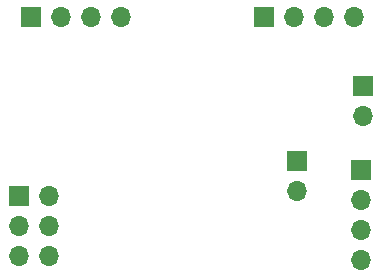
<source format=gbr>
G04 #@! TF.GenerationSoftware,KiCad,Pcbnew,(5.0.0-rc2-198-gb8bbb15aa)*
G04 #@! TF.CreationDate,2022-01-01T22:46:34-08:00*
G04 #@! TF.ProjectId,E-Bike,452D42696B652E6B696361645F706362,rev?*
G04 #@! TF.SameCoordinates,PX619eb90PY83695b8*
G04 #@! TF.FileFunction,Soldermask,Bot*
G04 #@! TF.FilePolarity,Negative*
%FSLAX45Y45*%
G04 Gerber Fmt 4.5, Leading zero omitted, Abs format (unit mm)*
G04 Created by KiCad (PCBNEW (5.0.0-rc2-198-gb8bbb15aa)) date 01/01/22 22:46:34*
%MOMM*%
%LPD*%
G01*
G04 APERTURE LIST*
%ADD10O,1.700000X1.700000*%
%ADD11R,1.700000X1.700000*%
G04 APERTURE END LIST*
D10*
G04 #@! TO.C,J3*
X3225800Y1485900D03*
D11*
X3225800Y1739900D03*
G04 #@! TD*
D10*
G04 #@! TO.C,J4*
X2667000Y850900D03*
D11*
X2667000Y1104900D03*
G04 #@! TD*
D10*
G04 #@! TO.C,J1*
X571500Y304800D03*
X317500Y304800D03*
X571500Y558800D03*
X317500Y558800D03*
X571500Y812800D03*
D11*
X317500Y812800D03*
G04 #@! TD*
D10*
G04 #@! TO.C,J2*
X3213100Y266700D03*
X3213100Y520700D03*
X3213100Y774700D03*
D11*
X3213100Y1028700D03*
G04 #@! TD*
G04 #@! TO.C,J5*
X413800Y2329500D03*
D10*
X667800Y2329500D03*
X921800Y2329500D03*
X1175800Y2329500D03*
G04 #@! TD*
G04 #@! TO.C,J6*
X3150800Y2329500D03*
X2896800Y2329500D03*
X2642800Y2329500D03*
D11*
X2388800Y2329500D03*
G04 #@! TD*
M02*

</source>
